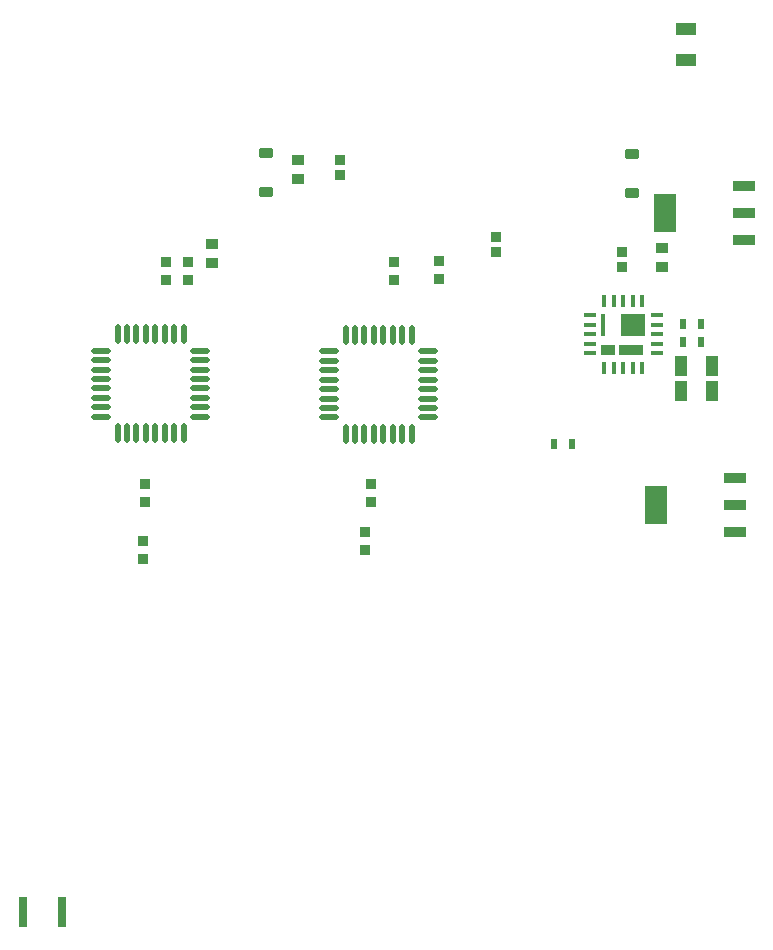
<source format=gbp>
G04 Layer_Color=16770453*
%FSLAX24Y24*%
%MOIN*%
G70*
G01*
G75*
%ADD10R,0.0236X0.0354*%
%ADD11R,0.0354X0.0335*%
%ADD12R,0.0394X0.0354*%
%ADD16R,0.0433X0.0669*%
%ADD40R,0.0512X0.0354*%
%ADD41R,0.0827X0.0354*%
%ADD42R,0.0827X0.0740*%
%ADD43R,0.0142X0.0740*%
%ADD44O,0.0157X0.0413*%
%ADD45O,0.0413X0.0157*%
%ADD46R,0.0354X0.0354*%
%ADD47R,0.0669X0.0433*%
%ADD48R,0.0320X0.0350*%
%ADD49O,0.0650X0.0197*%
%ADD50O,0.0197X0.0650*%
G04:AMPARAMS|DCode=51|XSize=35.8mil|YSize=48mil|CornerRadius=9mil|HoleSize=0mil|Usage=FLASHONLY|Rotation=270.000|XOffset=0mil|YOffset=0mil|HoleType=Round|Shape=RoundedRectangle|*
%AMROUNDEDRECTD51*
21,1,0.0358,0.0301,0,0,270.0*
21,1,0.0179,0.0480,0,0,270.0*
1,1,0.0179,-0.0151,-0.0090*
1,1,0.0179,-0.0151,0.0090*
1,1,0.0179,0.0151,0.0090*
1,1,0.0179,0.0151,-0.0090*
%
%ADD51ROUNDEDRECTD51*%
%ADD52R,0.0748X0.0354*%
%ADD53R,0.0748X0.1260*%
%ADD54R,0.0315X0.1043*%
D10*
X29045Y31550D02*
D03*
X28455D02*
D03*
X24745Y27550D02*
D03*
X24155D02*
D03*
X29045Y30950D02*
D03*
X28455D02*
D03*
D11*
X22200Y34456D02*
D03*
Y33944D02*
D03*
X26400Y33956D02*
D03*
Y33444D02*
D03*
X17000Y37006D02*
D03*
Y36494D02*
D03*
D12*
X15600Y36385D02*
D03*
Y37015D02*
D03*
X27750Y33435D02*
D03*
Y34065D02*
D03*
X12750Y33585D02*
D03*
Y34215D02*
D03*
D16*
X29422Y29300D02*
D03*
X28378D02*
D03*
X29422Y30150D02*
D03*
X28378D02*
D03*
D40*
X25938Y30688D02*
D03*
D41*
X26726D02*
D03*
D42*
X26765Y31515D02*
D03*
D43*
X25781D02*
D03*
D44*
X27080Y32312D02*
D03*
X26765D02*
D03*
X26450D02*
D03*
X26135D02*
D03*
X25820D02*
D03*
Y30088D02*
D03*
X26135D02*
D03*
X26450D02*
D03*
X26765D02*
D03*
X27080D02*
D03*
D45*
X25338Y31830D02*
D03*
Y31515D02*
D03*
Y31200D02*
D03*
Y30885D02*
D03*
Y30570D02*
D03*
X27562D02*
D03*
Y30885D02*
D03*
Y31200D02*
D03*
Y31515D02*
D03*
Y31830D02*
D03*
D46*
X11950Y33595D02*
D03*
Y33005D02*
D03*
X11200Y33595D02*
D03*
Y33005D02*
D03*
X20300Y33645D02*
D03*
Y33055D02*
D03*
X18800Y33595D02*
D03*
Y33005D02*
D03*
D47*
X28550Y40328D02*
D03*
Y41372D02*
D03*
D48*
X10500Y25600D02*
D03*
Y26200D02*
D03*
X10450Y24300D02*
D03*
Y23700D02*
D03*
X18050Y25600D02*
D03*
Y26200D02*
D03*
X17850Y24600D02*
D03*
Y24000D02*
D03*
D49*
X19954Y30630D02*
D03*
Y30315D02*
D03*
Y30000D02*
D03*
Y29685D02*
D03*
Y29370D02*
D03*
Y29055D02*
D03*
Y28740D02*
D03*
Y28425D02*
D03*
X16646D02*
D03*
Y28740D02*
D03*
Y29055D02*
D03*
Y29370D02*
D03*
Y29685D02*
D03*
Y30000D02*
D03*
Y30315D02*
D03*
Y30630D02*
D03*
X12354Y30652D02*
D03*
Y30337D02*
D03*
Y30022D02*
D03*
Y29707D02*
D03*
Y29393D02*
D03*
Y29078D02*
D03*
Y28763D02*
D03*
Y28448D02*
D03*
X9046D02*
D03*
Y28763D02*
D03*
Y29078D02*
D03*
Y29393D02*
D03*
Y29707D02*
D03*
Y30022D02*
D03*
Y30337D02*
D03*
Y30652D02*
D03*
D50*
X19402Y27874D02*
D03*
X19087D02*
D03*
X18772D02*
D03*
X18457D02*
D03*
X18143D02*
D03*
X17828D02*
D03*
X17513D02*
D03*
X17198D02*
D03*
Y31181D02*
D03*
X17513D02*
D03*
X17828D02*
D03*
X18143D02*
D03*
X18457D02*
D03*
X18772D02*
D03*
X19087D02*
D03*
X19402D02*
D03*
X11802Y27896D02*
D03*
X11487D02*
D03*
X11172D02*
D03*
X10857D02*
D03*
X10543D02*
D03*
X10228D02*
D03*
X9913D02*
D03*
X9598D02*
D03*
Y31204D02*
D03*
X9913D02*
D03*
X10228D02*
D03*
X10543D02*
D03*
X10857D02*
D03*
X11172D02*
D03*
X11487D02*
D03*
X11802D02*
D03*
D51*
X26750Y37196D02*
D03*
Y35904D02*
D03*
X14550Y35954D02*
D03*
Y37246D02*
D03*
D52*
X30469Y36156D02*
D03*
Y35250D02*
D03*
Y34344D02*
D03*
X30169Y26406D02*
D03*
Y25500D02*
D03*
Y24594D02*
D03*
D53*
X27831Y35250D02*
D03*
X27531Y25500D02*
D03*
D54*
X6450Y11950D02*
D03*
X7750D02*
D03*
M02*

</source>
